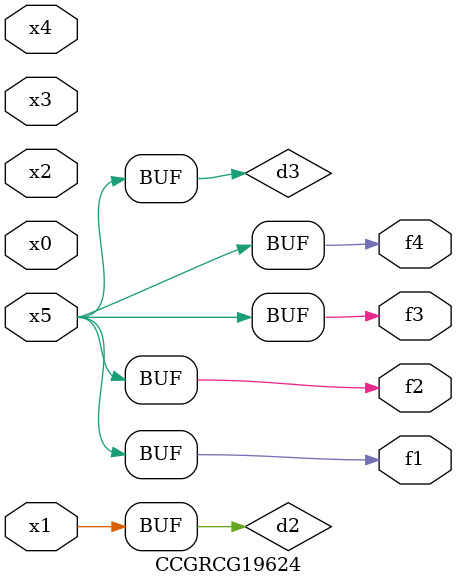
<source format=v>
module CCGRCG19624(
	input x0, x1, x2, x3, x4, x5,
	output f1, f2, f3, f4
);

	wire d1, d2, d3;

	not (d1, x5);
	or (d2, x1);
	xnor (d3, d1);
	assign f1 = d3;
	assign f2 = d3;
	assign f3 = d3;
	assign f4 = d3;
endmodule

</source>
